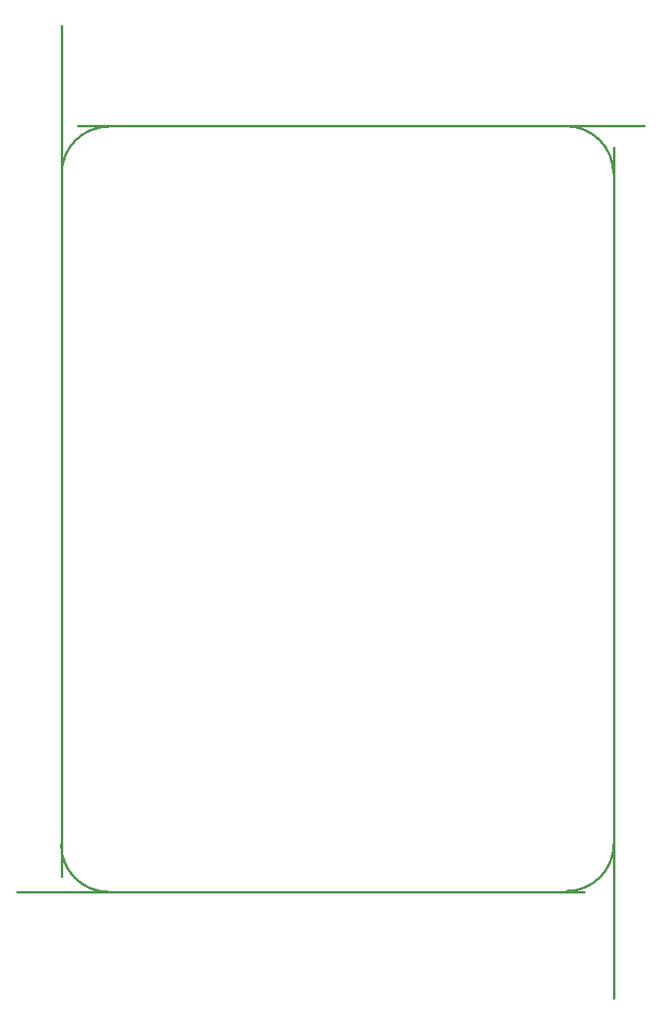
<source format=gko>
G04 Layer: BoardOutlineLayer*
G04 EasyEDA v6.5.51, 2025-10-07 15:43:34*
G04 065a6221327546c7852400a8f05eee82,a6cf4550276c400b965b925ba5ea59c0,10*
G04 Gerber Generator version 0.2*
G04 Scale: 100 percent, Rotated: No, Reflected: No *
G04 Dimensions in millimeters *
G04 leading zeros omitted , absolute positions ,4 integer and 5 decimal *
%FSLAX45Y45*%
%MOMM*%

%ADD10C,0.2540*%
%ADD11C,0.0104*%
D10*
X812800Y-495300D02*
G01*
X6812788Y-495300D01*
X6489700Y-723900D02*
G01*
X6489700Y-9723881D01*
X6174993Y-8597900D02*
G01*
X175005Y-8597900D01*
X647700Y-8436990D02*
G01*
X647700Y562990D01*
G75*
G01*
X1143000Y-8597900D02*
G02*
X643001Y-8097901I0J499999D01*
G75*
G01*
X6489700Y-8089900D02*
G02*
X5994326Y-8589879I-499999J-1D01*
G75*
G01*
X5985701Y-499300D02*
G02*
X6485699Y-999300I-1J-499999D01*
G75*
G01*
X647700Y-1003300D02*
G02*
X1147699Y-503301I499999J0D01*

%LPD*%
M02*

</source>
